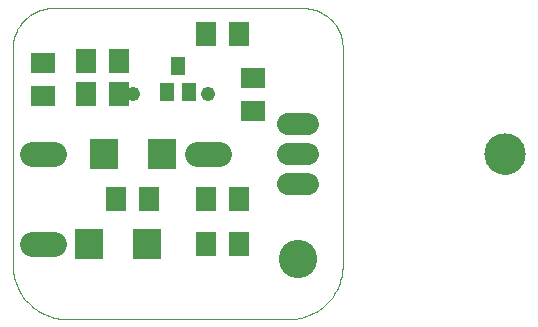
<source format=gts>
G75*
G70*
%OFA0B0*%
%FSLAX24Y24*%
%IPPOS*%
%LPD*%
%AMOC8*
5,1,8,0,0,1.08239X$1,22.5*
%
%ADD10C,0.0000*%
%ADD11C,0.0740*%
%ADD12C,0.1380*%
%ADD13R,0.0789X0.0710*%
%ADD14R,0.0710X0.0789*%
%ADD15R,0.0474X0.0631*%
%ADD16R,0.0946X0.1025*%
%ADD17C,0.0820*%
%ADD18C,0.1280*%
%ADD19C,0.0480*%
D10*
X001904Y001670D02*
X009297Y001670D01*
X009297Y001671D02*
X009382Y001673D01*
X009468Y001679D01*
X009553Y001689D01*
X009637Y001703D01*
X009720Y001722D01*
X009803Y001744D01*
X009884Y001770D01*
X009965Y001800D01*
X010043Y001833D01*
X010120Y001871D01*
X010195Y001912D01*
X010268Y001956D01*
X010339Y002004D01*
X010407Y002055D01*
X010473Y002110D01*
X010536Y002167D01*
X010597Y002228D01*
X010654Y002291D01*
X010709Y002357D01*
X010760Y002425D01*
X010808Y002496D01*
X010852Y002569D01*
X010893Y002644D01*
X010931Y002721D01*
X010964Y002799D01*
X010994Y002880D01*
X011020Y002961D01*
X011042Y003044D01*
X011061Y003127D01*
X011075Y003211D01*
X011085Y003296D01*
X011091Y003382D01*
X011093Y003467D01*
X011093Y010721D01*
X011094Y010721D02*
X011092Y010792D01*
X011086Y010864D01*
X011077Y010935D01*
X011063Y011005D01*
X011046Y011074D01*
X011025Y011142D01*
X011000Y011210D01*
X010972Y011275D01*
X010940Y011339D01*
X010905Y011402D01*
X010867Y011462D01*
X010825Y011520D01*
X010780Y011576D01*
X010732Y011629D01*
X010682Y011679D01*
X010629Y011727D01*
X010573Y011772D01*
X010515Y011814D01*
X010455Y011852D01*
X010392Y011887D01*
X010328Y011919D01*
X010263Y011947D01*
X010195Y011972D01*
X010127Y011993D01*
X010058Y012010D01*
X009988Y012024D01*
X009917Y012033D01*
X009845Y012039D01*
X009774Y012041D01*
X009774Y012040D02*
X001426Y012040D01*
X001426Y012041D02*
X001354Y012039D01*
X001283Y012033D01*
X001211Y012024D01*
X001141Y012010D01*
X001071Y011993D01*
X001003Y011972D01*
X000935Y011947D01*
X000869Y011918D01*
X000805Y011887D01*
X000742Y011851D01*
X000682Y011813D01*
X000624Y011771D01*
X000568Y011726D01*
X000514Y011678D01*
X000463Y011627D01*
X000415Y011573D01*
X000370Y011517D01*
X000328Y011459D01*
X000290Y011399D01*
X000254Y011336D01*
X000223Y011272D01*
X000194Y011206D01*
X000169Y011138D01*
X000148Y011070D01*
X000131Y011000D01*
X000117Y010930D01*
X000108Y010858D01*
X000102Y010787D01*
X000100Y010715D01*
X000101Y010715D02*
X000101Y003473D01*
X000103Y003387D01*
X000109Y003302D01*
X000119Y003216D01*
X000134Y003132D01*
X000152Y003048D01*
X000174Y002965D01*
X000200Y002883D01*
X000230Y002803D01*
X000264Y002724D01*
X000301Y002647D01*
X000343Y002572D01*
X000387Y002498D01*
X000435Y002427D01*
X000487Y002358D01*
X000541Y002292D01*
X000599Y002229D01*
X000660Y002168D01*
X000723Y002110D01*
X000789Y002056D01*
X000858Y002004D01*
X000929Y001956D01*
X001002Y001912D01*
X001078Y001870D01*
X001155Y001833D01*
X001234Y001799D01*
X001314Y001769D01*
X001396Y001743D01*
X001479Y001721D01*
X001563Y001703D01*
X001647Y001688D01*
X001733Y001678D01*
X001818Y001672D01*
X001904Y001670D01*
X015851Y007170D02*
X015853Y007220D01*
X015859Y007270D01*
X015869Y007320D01*
X015882Y007368D01*
X015899Y007416D01*
X015920Y007462D01*
X015944Y007506D01*
X015972Y007548D01*
X016003Y007588D01*
X016037Y007625D01*
X016074Y007660D01*
X016113Y007691D01*
X016154Y007720D01*
X016198Y007745D01*
X016244Y007767D01*
X016291Y007785D01*
X016339Y007799D01*
X016388Y007810D01*
X016438Y007817D01*
X016488Y007820D01*
X016539Y007819D01*
X016589Y007814D01*
X016639Y007805D01*
X016687Y007793D01*
X016735Y007776D01*
X016781Y007756D01*
X016826Y007733D01*
X016869Y007706D01*
X016909Y007676D01*
X016947Y007643D01*
X016982Y007607D01*
X017015Y007568D01*
X017044Y007527D01*
X017070Y007484D01*
X017093Y007439D01*
X017112Y007392D01*
X017127Y007344D01*
X017139Y007295D01*
X017147Y007245D01*
X017151Y007195D01*
X017151Y007145D01*
X017147Y007095D01*
X017139Y007045D01*
X017127Y006996D01*
X017112Y006948D01*
X017093Y006901D01*
X017070Y006856D01*
X017044Y006813D01*
X017015Y006772D01*
X016982Y006733D01*
X016947Y006697D01*
X016909Y006664D01*
X016869Y006634D01*
X016826Y006607D01*
X016781Y006584D01*
X016735Y006564D01*
X016687Y006547D01*
X016639Y006535D01*
X016589Y006526D01*
X016539Y006521D01*
X016488Y006520D01*
X016438Y006523D01*
X016388Y006530D01*
X016339Y006541D01*
X016291Y006555D01*
X016244Y006573D01*
X016198Y006595D01*
X016154Y006620D01*
X016113Y006649D01*
X016074Y006680D01*
X016037Y006715D01*
X016003Y006752D01*
X015972Y006792D01*
X015944Y006834D01*
X015920Y006878D01*
X015899Y006924D01*
X015882Y006972D01*
X015869Y007020D01*
X015859Y007070D01*
X015853Y007120D01*
X015851Y007170D01*
D11*
X009931Y007170D02*
X009271Y007170D01*
X009271Y006170D02*
X009931Y006170D01*
X009931Y008170D02*
X009271Y008170D01*
D12*
X016501Y007170D03*
D13*
X008101Y008619D03*
X008101Y009722D03*
X001101Y010222D03*
X001101Y009119D03*
D14*
X002550Y009170D03*
X003652Y009170D03*
X003652Y010270D03*
X002550Y010270D03*
X006550Y011170D03*
X007652Y011170D03*
X007652Y005670D03*
X006550Y005670D03*
X004652Y005670D03*
X003550Y005670D03*
X006550Y004170D03*
X007652Y004170D03*
D15*
X005975Y009237D03*
X005227Y009237D03*
X005601Y010103D03*
D16*
X005067Y007170D03*
X003135Y007170D03*
X002635Y004170D03*
X004567Y004170D03*
D17*
X001471Y004170D02*
X000731Y004170D01*
X000731Y007170D02*
X001471Y007170D01*
X006231Y007170D02*
X006971Y007170D01*
D18*
X009601Y003670D03*
D19*
X006601Y009170D03*
X004101Y009170D03*
M02*

</source>
